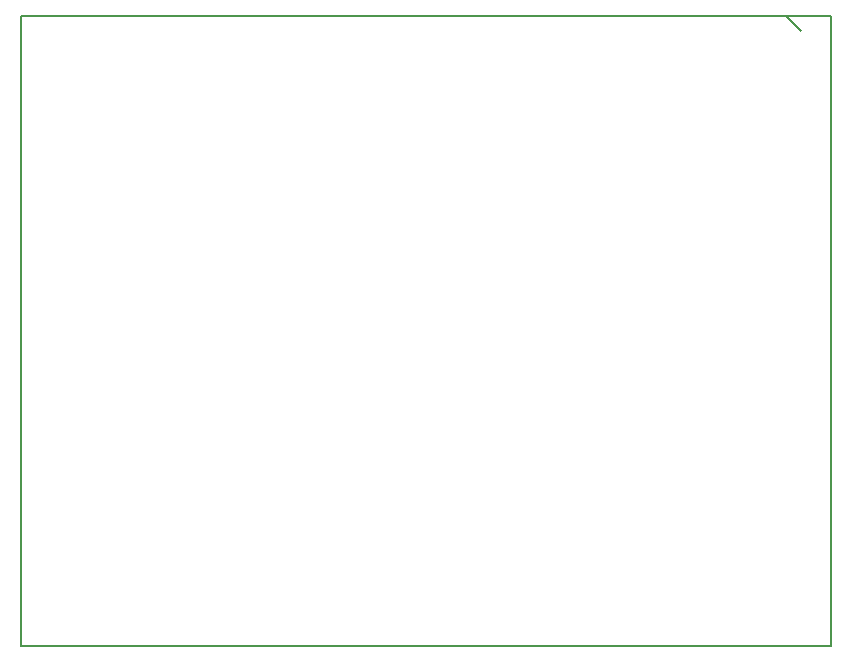
<source format=gbr>
G04 #@! TF.FileFunction,Profile,NP*
%FSLAX46Y46*%
G04 Gerber Fmt 4.6, Leading zero omitted, Abs format (unit mm)*
G04 Created by KiCad (PCBNEW (2015-07-26 BZR 5996)-product) date Wed 29 Jul 2015 11:27:52 PM EDT*
%MOMM*%
G01*
G04 APERTURE LIST*
%ADD10C,0.100000*%
%ADD11C,0.150000*%
G04 APERTURE END LIST*
D10*
D11*
X148590000Y-52070000D02*
X217170000Y-52070000D01*
X148590000Y-105410000D02*
X148590000Y-52070000D01*
X217170000Y-105410000D02*
X148590000Y-105410000D01*
X217170000Y-52070000D02*
X217170000Y-105410000D01*
X214630000Y-53340000D02*
X213360000Y-52070000D01*
M02*

</source>
